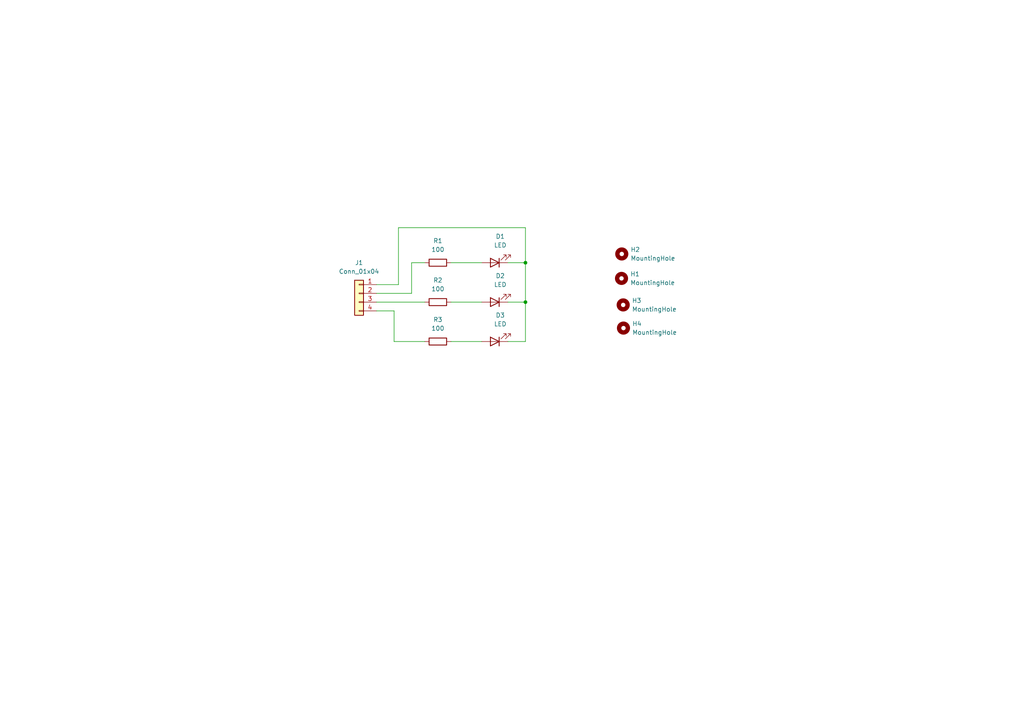
<source format=kicad_sch>
(kicad_sch (version 20211123) (generator eeschema)
  (paper "A4")
  (lib_symbols
    (symbol "Connector_Generic:Conn_01x04" (pin_names (offset 1.016) hide)
      (property "Reference" "J" (at 0 5.08 0))
      (property "Value" "Conn_01x04" (at 0 -7.62 0))
      (symbol "Conn_01x04_1_1"
        (rectangle (start -1.27 -4.953) (end 0 -5.207) (stroke (width 0.1524)))
        (rectangle (start -1.27 -2.413) (end 0 -2.667) (stroke (width 0.1524)))
        (rectangle (start -1.27 0.127) (end 0 -0.127) (stroke (width 0.1524)))
        (rectangle (start -1.27 2.667) (end 0 2.413) (stroke (width 0.1524)))
        (rectangle (start -1.27 3.81) (end 1.27 -6.35) (stroke (width 0.254)) (fill (type background)))
        (pin passive line (at -5.08 2.54 0) (length 3.81) (name "Pin_1") (number "1"))
        (pin passive line (at -5.08 0 0) (length 3.81) (name "Pin_2") (number "2"))
        (pin passive line (at -5.08 -2.54 0) (length 3.81) (name "Pin_3") (number "3"))
        (pin passive line (at -5.08 -5.08 0) (length 3.81) (name "Pin_4") (number "4"))
      )
    )
    (symbol "Device:LED" (pin_numbers hide) (pin_names (offset 1.016) hide)
      (property "Reference" "D" (at 0 2.54 0))
      (property "Value" "LED" (at 0 -2.54 0))
      (symbol "LED_0_1"
        (polyline (pts (xy -1.27 -1.27) (xy -1.27 1.27)) (stroke (width 0.254)))
        (polyline (pts (xy -1.27 0) (xy 1.27 0)))
        (polyline (pts (xy 1.27 -1.27) (xy 1.27 1.27) (xy -1.27 0) (xy 1.27 -1.27)) (stroke (width 0.254)))
        (polyline (pts (xy -3.048 -0.762) (xy -4.572 -2.286) (xy -3.81 -2.286) (xy -4.572 -2.286) (xy -4.572 -1.524)))
        (polyline (pts (xy -1.778 -0.762) (xy -3.302 -2.286) (xy -2.54 -2.286) (xy -3.302 -2.286) (xy -3.302 -1.524)))
      )
      (symbol "LED_1_1"
        (pin passive line (at -3.81 0 0) (length 2.54) (name "K") (number "1"))
        (pin passive line (at 3.81 0 180) (length 2.54) (name "A") (number "2"))
      )
    )
    (symbol "Device:R" (pin_numbers hide) (pin_names (offset 0))
      (property "Reference" "R" (at 2.032 0 90))
      (property "Value" "R" (at 0 0 90))
      (symbol "R_0_1"
        (rectangle (start -1.016 -2.54) (end 1.016 2.54) (stroke (width 0.254)))
      )
      (symbol "R_1_1"
        (pin passive line (at 0 3.81 270) (length 1.27) (name "~") (number "1"))
        (pin passive line (at 0 -3.81 90) (length 1.27) (name "~") (number "2"))
      )
    )
    (symbol "Mechanical:MountingHole" (pin_names (offset 1.016))
      (property "Reference" "H" (at 0 5.08 0))
      (property "Value" "MountingHole" (at 0 3.175 0))
      (symbol "MountingHole_0_1"
        (circle (center 0 0) (radius 1.27) (stroke (width 1.27)))
      )
    )
  )
  (junction (at 152.4 87.63))
  (junction (at 152.4 76.2))
  (wire (pts (xy 114.3 99.06) (xy 114.3 90.17)))
  (wire (pts (xy 109.22 87.63) (xy 123.19 87.63)))
  (wire (pts (xy 130.81 87.63) (xy 139.7 87.63)))
  (wire (pts (xy 109.22 85.09) (xy 119.38 85.09)))
  (wire (pts (xy 147.32 76.2) (xy 152.4 76.2)))
  (wire (pts (xy 109.22 90.17) (xy 114.3 90.17)))
  (wire (pts (xy 152.4 99.06) (xy 152.4 87.63)))
  (wire (pts (xy 152.4 76.2) (xy 152.4 66.04)))
  (wire (pts (xy 123.19 99.06) (xy 114.3 99.06)))
  (wire (pts (xy 147.32 99.06) (xy 152.4 99.06)))
  (wire (pts (xy 123.19 76.2) (xy 119.38 76.2)))
  (wire (pts (xy 119.38 76.2) (xy 119.38 85.09)))
  (wire (pts (xy 115.57 82.55) (xy 109.22 82.55)))
  (wire (pts (xy 130.81 76.2) (xy 139.7 76.2)))
  (wire (pts (xy 115.57 66.04) (xy 115.57 82.55)))
  (wire (pts (xy 152.4 66.04) (xy 115.57 66.04)))
  (wire (pts (xy 152.4 87.63) (xy 152.4 76.2)))
  (wire (pts (xy 147.32 87.63) (xy 152.4 87.63)))
  (wire (pts (xy 130.81 99.06) (xy 139.7 99.06)))
  (symbol (lib_id "Connector_Generic:Conn_01x04") (at 104.14 85.09 0) (mirror y) (unit 1)
    (property "Reference" "J1" (at 104.14 76.2 0))
    (property "Value" "Conn_01x04" (at 104.14 78.74 0))
    (property "Footprint" "Connector_PinHeader_2.54mm:PinHeader_1x04_P2.54mm_Horizontal" (effects hide))
  )
  (symbol (lib_id "Mechanical:MountingHole") (at 180.8325 95.1592 0) (unit 1)
    (property "Reference" "H4" (at 183.3725 93.8891 0) (effects (justify left)))
    (property "Value" "MountingHole" (at 183.3725 96.4291 0) (effects (justify left)))
    (property "Footprint" "MountingHole:MountingHole_2.5mm_Pad" (effects hide))
  )
  (symbol (lib_id "Device:R") (at 127 76.2 90) (unit 1)
    (property "Reference" "R1" (at 127 69.85 90))
    (property "Value" "100" (at 127 72.39 90))
    (property "Footprint" "Resistor_THT:R_Axial_DIN0204_L3.6mm_D1.6mm_P5.08mm_Horizontal" (effects hide))
  )
  (symbol (lib_id "Device:LED") (at 143.51 99.06 180) (unit 1)
    (property "Reference" "D3" (at 145.0975 91.44 0))
    (property "Value" "LED" (at 145.0975 93.98 0))
    (property "Footprint" "LED_THT:LED_D3.0mm" (effects hide))
  )
  (symbol (lib_id "Mechanical:MountingHole") (at 180.34 73.66 0) (unit 1)
    (property "Reference" "H2" (at 182.88 72.3899 0) (effects (justify left)))
    (property "Value" "MountingHole" (at 182.88 74.9299 0) (effects (justify left)))
    (property "Footprint" "MountingHole:MountingHole_2.5mm_Pad" (effects hide))
  )
  (symbol (lib_id "Device:LED") (at 143.51 87.63 180) (unit 1)
    (property "Reference" "D2" (at 145.0975 80.01 0))
    (property "Value" "LED" (at 145.0975 82.55 0))
    (property "Footprint" "LED_THT:LED_D3.0mm" (effects hide))
  )
  (symbol (lib_id "Mechanical:MountingHole") (at 180.7516 88.4395 0) (unit 1)
    (property "Reference" "H3" (at 183.2916 87.1694 0) (effects (justify left)))
    (property "Value" "MountingHole" (at 183.2916 89.7094 0) (effects (justify left)))
    (property "Footprint" "MountingHole:MountingHole_2.5mm_Pad" (effects hide))
  )
  (symbol (lib_id "Device:R") (at 127 99.06 90) (unit 1)
    (property "Reference" "R3" (at 127 92.71 90))
    (property "Value" "100" (at 127 95.25 90))
    (property "Footprint" "Resistor_THT:R_Axial_DIN0204_L3.6mm_D1.6mm_P5.08mm_Horizontal" (effects hide))
  )
  (symbol (lib_id "Device:R") (at 127 87.63 90) (unit 1)
    (property "Reference" "R2" (at 127 81.28 90))
    (property "Value" "100" (at 127 83.82 90))
    (property "Footprint" "Resistor_THT:R_Axial_DIN0204_L3.6mm_D1.6mm_P5.08mm_Horizontal" (effects hide))
  )
  (symbol (lib_id "Mechanical:MountingHole") (at 180.2658 80.7483 0) (unit 1)
    (property "Reference" "H1" (at 182.8058 79.4782 0) (effects (justify left)))
    (property "Value" "MountingHole" (at 182.8058 82.0182 0) (effects (justify left)))
    (property "Footprint" "MountingHole:MountingHole_2.5mm_Pad" (effects hide))
  )
  (symbol (lib_id "Device:LED") (at 143.51 76.2 180) (unit 1)
    (property "Reference" "D1" (at 145.0975 68.58 0))
    (property "Value" "LED" (at 145.0975 71.12 0))
    (property "Footprint" "LED_THT:LED_D3.0mm" (effects hide))
  )
)
</source>
